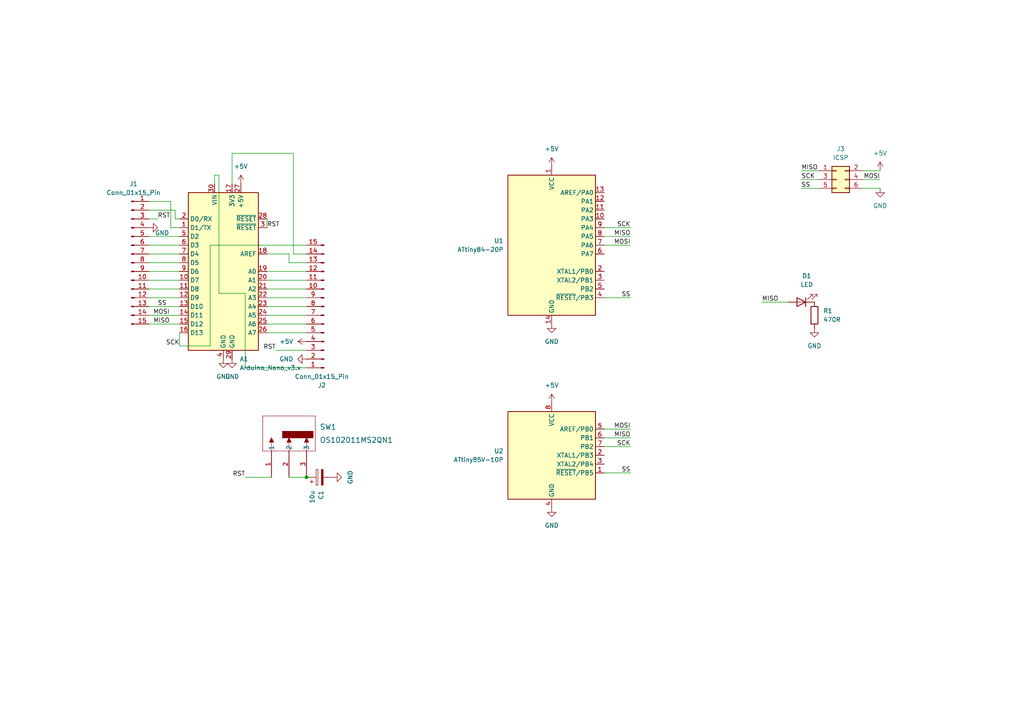
<source format=kicad_sch>
(kicad_sch (version 20250114) (generator "eeschema") (generator_version "9.0")
  (paper "A4")
  (lib_symbols
    (symbol "Connector:Conn_01x15_Pin" (pin_names (offset 1.016) (hide yes))
      (property "Reference" "J" (at 0 20.32 0))
      (property "Value" "Conn_01x15_Pin" (at 0 -20.32 0))
      (symbol "Conn_01x15_Pin_1_1"
        (rectangle (start 0.8636 17.907) (end 0 17.653) (stroke (width 0.1524)) (fill (type outline)))
        (rectangle (start 0.8636 15.367) (end 0 15.113) (stroke (width 0.1524)) (fill (type outline)))
        (rectangle (start 0.8636 12.827) (end 0 12.573) (stroke (width 0.1524)) (fill (type outline)))
        (rectangle (start 0.8636 10.287) (end 0 10.033) (stroke (width 0.1524)) (fill (type outline)))
        (rectangle (start 0.8636 7.747) (end 0 7.493) (stroke (width 0.1524)) (fill (type outline)))
        (rectangle (start 0.8636 5.207) (end 0 4.953) (stroke (width 0.1524)) (fill (type outline)))
        (rectangle (start 0.8636 2.667) (end 0 2.413) (stroke (width 0.1524)) (fill (type outline)))
        (rectangle (start 0.8636 0.127) (end 0 -0.127) (stroke (width 0.1524)) (fill (type outline)))
        (rectangle (start 0.8636 -2.413) (end 0 -2.667) (stroke (width 0.1524)) (fill (type outline)))
        (rectangle (start 0.8636 -4.953) (end 0 -5.207) (stroke (width 0.1524)) (fill (type outline)))
        (rectangle (start 0.8636 -7.493) (end 0 -7.747) (stroke (width 0.1524)) (fill (type outline)))
        (rectangle (start 0.8636 -10.033) (end 0 -10.287) (stroke (width 0.1524)) (fill (type outline)))
        (rectangle (start 0.8636 -12.573) (end 0 -12.827) (stroke (width 0.1524)) (fill (type outline)))
        (rectangle (start 0.8636 -15.113) (end 0 -15.367) (stroke (width 0.1524)) (fill (type outline)))
        (rectangle (start 0.8636 -17.653) (end 0 -17.907) (stroke (width 0.1524)) (fill (type outline)))
        (polyline (pts (xy 1.27 17.78) (xy 0.8636 17.78)) (stroke (width 0.1524)))
        (polyline (pts (xy 1.27 15.24) (xy 0.8636 15.24)) (stroke (width 0.1524)))
        (polyline (pts (xy 1.27 12.7) (xy 0.8636 12.7)) (stroke (width 0.1524)))
        (polyline (pts (xy 1.27 10.16) (xy 0.8636 10.16)) (stroke (width 0.1524)))
        (polyline (pts (xy 1.27 7.62) (xy 0.8636 7.62)) (stroke (width 0.1524)))
        (polyline (pts (xy 1.27 5.08) (xy 0.8636 5.08)) (stroke (width 0.1524)))
        (polyline (pts (xy 1.27 2.54) (xy 0.8636 2.54)) (stroke (width 0.1524)))
        (polyline (pts (xy 1.27 0) (xy 0.8636 0)) (stroke (width 0.1524)))
        (polyline (pts (xy 1.27 -2.54) (xy 0.8636 -2.54)) (stroke (width 0.1524)))
        (polyline (pts (xy 1.27 -5.08) (xy 0.8636 -5.08)) (stroke (width 0.1524)))
        (polyline (pts (xy 1.27 -7.62) (xy 0.8636 -7.62)) (stroke (width 0.1524)))
        (polyline (pts (xy 1.27 -10.16) (xy 0.8636 -10.16)) (stroke (width 0.1524)))
        (polyline (pts (xy 1.27 -12.7) (xy 0.8636 -12.7)) (stroke (width 0.1524)))
        (polyline (pts (xy 1.27 -15.24) (xy 0.8636 -15.24)) (stroke (width 0.1524)))
        (polyline (pts (xy 1.27 -17.78) (xy 0.8636 -17.78)) (stroke (width 0.1524)))
        (pin passive line (at 5.08 17.78 180) (length 3.81) (name "Pin_1") (number "1"))
        (pin passive line (at 5.08 15.24 180) (length 3.81) (name "Pin_2") (number "2"))
        (pin passive line (at 5.08 12.7 180) (length 3.81) (name "Pin_3") (number "3"))
        (pin passive line (at 5.08 10.16 180) (length 3.81) (name "Pin_4") (number "4"))
        (pin passive line (at 5.08 7.62 180) (length 3.81) (name "Pin_5") (number "5"))
        (pin passive line (at 5.08 5.08 180) (length 3.81) (name "Pin_6") (number "6"))
        (pin passive line (at 5.08 2.54 180) (length 3.81) (name "Pin_7") (number "7"))
        (pin passive line (at 5.08 0 180) (length 3.81) (name "Pin_8") (number "8"))
        (pin passive line (at 5.08 -2.54 180) (length 3.81) (name "Pin_9") (number "9"))
        (pin passive line (at 5.08 -5.08 180) (length 3.81) (name "Pin_10") (number "10"))
        (pin passive line (at 5.08 -7.62 180) (length 3.81) (name "Pin_11") (number "11"))
        (pin passive line (at 5.08 -10.16 180) (length 3.81) (name "Pin_12") (number "12"))
        (pin passive line (at 5.08 -12.7 180) (length 3.81) (name "Pin_13") (number "13"))
        (pin passive line (at 5.08 -15.24 180) (length 3.81) (name "Pin_14") (number "14"))
        (pin passive line (at 5.08 -17.78 180) (length 3.81) (name "Pin_15") (number "15"))
      )
    )
    (symbol "Connector_Generic:Conn_02x03_Odd_Even" (pin_names (offset 1.016) (hide yes))
      (property "Reference" "J" (at 1.27 5.08 0))
      (property "Value" "Conn_02x03_Odd_Even" (at 1.27 -5.08 0))
      (symbol "Conn_02x03_Odd_Even_1_1"
        (rectangle (start -1.27 3.81) (end 3.81 -3.81) (stroke (width 0.254)) (fill (type background)))
        (rectangle (start -1.27 2.667) (end 0 2.413) (stroke (width 0.1524)))
        (rectangle (start -1.27 0.127) (end 0 -0.127) (stroke (width 0.1524)))
        (rectangle (start -1.27 -2.413) (end 0 -2.667) (stroke (width 0.1524)))
        (rectangle (start 3.81 2.667) (end 2.54 2.413) (stroke (width 0.1524)))
        (rectangle (start 3.81 0.127) (end 2.54 -0.127) (stroke (width 0.1524)))
        (rectangle (start 3.81 -2.413) (end 2.54 -2.667) (stroke (width 0.1524)))
        (pin passive line (at -5.08 2.54 0) (length 3.81) (name "Pin_1") (number "1"))
        (pin passive line (at -5.08 0 0) (length 3.81) (name "Pin_3") (number "3"))
        (pin passive line (at -5.08 -2.54 0) (length 3.81) (name "Pin_5") (number "5"))
        (pin passive line (at 7.62 2.54 180) (length 3.81) (name "Pin_2") (number "2"))
        (pin passive line (at 7.62 0 180) (length 3.81) (name "Pin_4") (number "4"))
        (pin passive line (at 7.62 -2.54 180) (length 3.81) (name "Pin_6") (number "6"))
      )
    )
    (symbol "Device:C_Polarized" (pin_numbers (hide yes)) (pin_names (offset 0.254))
      (property "Reference" "C" (at 0.635 2.54 0))
      (property "Value" "C_Polarized" (at 0.635 -2.54 0))
      (symbol "C_Polarized_0_1"
        (rectangle (start -2.286 0.508) (end 2.286 1.016))
        (polyline (pts (xy -1.778 2.286) (xy -0.762 2.286)))
        (polyline (pts (xy -1.27 2.794) (xy -1.27 1.778)))
        (rectangle (start 2.286 -0.508) (end -2.286 -1.016) (fill (type outline)))
      )
      (symbol "C_Polarized_1_1"
        (pin passive line (at 0 3.81 270) (length 2.794) (name "~") (number "1"))
        (pin passive line (at 0 -3.81 90) (length 2.794) (name "~") (number "2"))
      )
    )
    (symbol "Device:LED" (pin_numbers (hide yes)) (pin_names (offset 1.016) (hide yes))
      (property "Reference" "D" (at 0 2.54 0))
      (property "Value" "LED" (at 0 -2.54 0))
      (symbol "LED_0_1"
        (polyline (pts (xy -3.048 -0.762) (xy -4.572 -2.286) (xy -3.81 -2.286) (xy -4.572 -2.286) (xy -4.572 -1.524)))
        (polyline (pts (xy -1.778 -0.762) (xy -3.302 -2.286) (xy -2.54 -2.286) (xy -3.302 -2.286) (xy -3.302 -1.524)))
        (polyline (pts (xy -1.27 0) (xy 1.27 0)))
        (polyline (pts (xy -1.27 -1.27) (xy -1.27 1.27)) (stroke (width 0.254)))
        (polyline (pts (xy 1.27 -1.27) (xy 1.27 1.27) (xy -1.27 0) (xy 1.27 -1.27)) (stroke (width 0.254)))
      )
      (symbol "LED_1_1"
        (pin passive line (at -3.81 0 0) (length 2.54) (name "K") (number "1"))
        (pin passive line (at 3.81 0 180) (length 2.54) (name "A") (number "2"))
      )
    )
    (symbol "Device:R" (pin_numbers (hide yes)) (pin_names (offset 0))
      (property "Reference" "R" (at 2.032 0 90))
      (property "Value" "R" (at 0 0 90))
      (symbol "R_0_1"
        (rectangle (start -1.016 -2.54) (end 1.016 2.54) (stroke (width 0.254)))
      )
      (symbol "R_1_1"
        (pin passive line (at 0 3.81 270) (length 1.27) (name "~") (number "1"))
        (pin passive line (at 0 -3.81 90) (length 1.27) (name "~") (number "2"))
      )
    )
    (symbol "MCU_Microchip_ATtiny:ATtiny84-20P"
      (property "Reference" "U" (at -12.7 21.59 0))
      (property "Value" "ATtiny84-20P" (at 2.54 -21.59 0))
      (symbol "ATtiny84-20P_0_1"
        (rectangle (start -12.7 -20.32) (end 12.7 20.32) (stroke (width 0.254)) (fill (type background)))
      )
      (symbol "ATtiny84-20P_1_1"
        (pin power_in line (at 0 22.86 270) (length 2.54) (name "VCC") (number "1"))
        (pin power_in line (at 0 -22.86 90) (length 2.54) (name "GND") (number "14"))
        (pin bidirectional line (at 15.24 15.24 180) (length 2.54) (name "AREF/PA0") (number "13"))
        (pin bidirectional line (at 15.24 12.7 180) (length 2.54) (name "PA1") (number "12"))
        (pin bidirectional line (at 15.24 10.16 180) (length 2.54) (name "PA2") (number "11"))
        (pin bidirectional line (at 15.24 7.62 180) (length 2.54) (name "PA3") (number "10"))
        (pin bidirectional line (at 15.24 5.08 180) (length 2.54) (name "PA4") (number "9"))
        (pin bidirectional line (at 15.24 2.54 180) (length 2.54) (name "PA5") (number "8"))
        (pin bidirectional line (at 15.24 0 180) (length 2.54) (name "PA6") (number "7"))
        (pin bidirectional line (at 15.24 -2.54 180) (length 2.54) (name "PA7") (number "6"))
        (pin bidirectional line (at 15.24 -7.62 180) (length 2.54) (name "XTAL1/PB0") (number "2"))
        (pin bidirectional line (at 15.24 -10.16 180) (length 2.54) (name "XTAL2/PB1") (number "3"))
        (pin bidirectional line (at 15.24 -12.7 180) (length 2.54) (name "PB2") (number "5"))
        (pin bidirectional line (at 15.24 -15.24 180) (length 2.54) (name "~{RESET}/PB3") (number "4"))
      )
    )
    (symbol "MCU_Microchip_ATtiny:ATtiny85V-10P"
      (property "Reference" "U" (at -12.7 13.97 0))
      (property "Value" "ATtiny85V-10P" (at 2.54 -13.97 0))
      (symbol "ATtiny85V-10P_0_1"
        (rectangle (start -12.7 -12.7) (end 12.7 12.7) (stroke (width 0.254)) (fill (type background)))
      )
      (symbol "ATtiny85V-10P_1_1"
        (pin power_in line (at 0 15.24 270) (length 2.54) (name "VCC") (number "8"))
        (pin power_in line (at 0 -15.24 90) (length 2.54) (name "GND") (number "4"))
        (pin bidirectional line (at 15.24 7.62 180) (length 2.54) (name "AREF/PB0") (number "5"))
        (pin bidirectional line (at 15.24 5.08 180) (length 2.54) (name "PB1") (number "6"))
        (pin bidirectional line (at 15.24 2.54 180) (length 2.54) (name "PB2") (number "7"))
        (pin bidirectional line (at 15.24 0 180) (length 2.54) (name "XTAL1/PB3") (number "2"))
        (pin bidirectional line (at 15.24 -2.54 180) (length 2.54) (name "XTAL2/PB4") (number "3"))
        (pin bidirectional line (at 15.24 -5.08 180) (length 2.54) (name "~{RESET}/PB5") (number "1"))
      )
    )
    (symbol "MCU_Module:Arduino_Nano_v3.x"
      (property "Reference" "A" (at -10.16 23.495 0))
      (property "Value" "Arduino_Nano_v3.x" (at 5.08 -24.13 0))
      (symbol "Arduino_Nano_v3.x_0_1"
        (rectangle (start -10.16 22.86) (end 10.16 -22.86) (stroke (width 0.254)) (fill (type background)))
      )
      (symbol "Arduino_Nano_v3.x_1_1"
        (pin bidirectional line (at -12.7 15.24 0) (length 2.54) (name "D0/RX") (number "2"))
        (pin bidirectional line (at -12.7 12.7 0) (length 2.54) (name "D1/TX") (number "1"))
        (pin bidirectional line (at -12.7 10.16 0) (length 2.54) (name "D2") (number "5"))
        (pin bidirectional line (at -12.7 7.62 0) (length 2.54) (name "D3") (number "6"))
        (pin bidirectional line (at -12.7 5.08 0) (length 2.54) (name "D4") (number "7"))
        (pin bidirectional line (at -12.7 2.54 0) (length 2.54) (name "D5") (number "8"))
        (pin bidirectional line (at -12.7 0 0) (length 2.54) (name "D6") (number "9"))
        (pin bidirectional line (at -12.7 -2.54 0) (length 2.54) (name "D7") (number "10"))
        (pin bidirectional line (at -12.7 -5.08 0) (length 2.54) (name "D8") (number "11"))
        (pin bidirectional line (at -12.7 -7.62 0) (length 2.54) (name "D9") (number "12"))
        (pin bidirectional line (at -12.7 -10.16 0) (length 2.54) (name "D10") (number "13"))
        (pin bidirectional line (at -12.7 -12.7 0) (length 2.54) (name "D11") (number "14"))
        (pin bidirectional line (at -12.7 -15.24 0) (length 2.54) (name "D12") (number "15"))
        (pin bidirectional line (at -12.7 -17.78 0) (length 2.54) (name "D13") (number "16"))
        (pin power_in line (at -2.54 25.4 270) (length 2.54) (name "VIN") (number "30"))
        (pin power_in line (at 0 -25.4 90) (length 2.54) (name "GND") (number "4"))
        (pin power_out line (at 2.54 25.4 270) (length 2.54) (name "3V3") (number "17"))
        (pin power_in line (at 2.54 -25.4 90) (length 2.54) (name "GND") (number "29"))
        (pin power_out line (at 5.08 25.4 270) (length 2.54) (name "+5V") (number "27"))
        (pin input line (at 12.7 15.24 180) (length 2.54) (name "~{RESET}") (number "28"))
        (pin input line (at 12.7 12.7 180) (length 2.54) (name "~{RESET}") (number "3"))
        (pin input line (at 12.7 5.08 180) (length 2.54) (name "AREF") (number "18"))
        (pin bidirectional line (at 12.7 0 180) (length 2.54) (name "A0") (number "19"))
        (pin bidirectional line (at 12.7 -2.54 180) (length 2.54) (name "A1") (number "20"))
        (pin bidirectional line (at 12.7 -5.08 180) (length 2.54) (name "A2") (number "21"))
        (pin bidirectional line (at 12.7 -7.62 180) (length 2.54) (name "A3") (number "22"))
        (pin bidirectional line (at 12.7 -10.16 180) (length 2.54) (name "A4") (number "23"))
        (pin bidirectional line (at 12.7 -12.7 180) (length 2.54) (name "A5") (number "24"))
        (pin bidirectional line (at 12.7 -15.24 180) (length 2.54) (name "A6") (number "25"))
        (pin bidirectional line (at 12.7 -17.78 180) (length 2.54) (name "A7") (number "26"))
      )
    )
    (symbol "OS102011MS2QN1:OS102011MS2QN1" (pin_names (offset 0.254))
      (property "Reference" "SW" (at 13.97 8.255 0))
      (property "Value" "OS102011MS2QN1" (at 20.32 5.08 0))
      (symbol "OS102011MS2QN1_0_1"
        (polyline (pts (xy 7.62 2.54) (xy 7.62 -12.7)) (stroke (width 0.127)))
        (polyline (pts (xy 7.62 0) (xy 11.43 0)) (stroke (width 0.127)))
        (polyline (pts (xy 7.62 -5.08) (xy 11.43 -5.08)) (stroke (width 0.127)))
        (polyline (pts (xy 7.62 -10.16) (xy 11.43 -10.16)) (stroke (width 0.127)))
        (polyline (pts (xy 7.62 -12.7) (xy 17.78 -12.7)) (stroke (width 0.127)))
        (polyline (pts (xy 10.16 0.635) (xy 10.16 -0.635)) (stroke (width 0.127)))
        (polyline (pts (xy 10.16 0.635) (xy 10.16 -0.635) (xy 11.43 0)) (fill (type outline)))
        (polyline (pts (xy 10.16 -4.445) (xy 10.16 -5.715)) (stroke (width 0.127)))
        (polyline (pts (xy 10.16 -4.445) (xy 10.16 -5.715) (xy 11.43 -5.08)) (fill (type outline)))
        (polyline (pts (xy 10.16 -9.525) (xy 10.16 -10.795)) (stroke (width 0.127)))
        (polyline (pts (xy 10.16 -9.525) (xy 10.16 -10.795) (xy 11.43 -10.16)) (fill (type outline)))
        (polyline (pts (xy 11.43 0) (xy 10.16 0.635)) (stroke (width 0.127)))
        (polyline (pts (xy 11.43 0) (xy 10.16 -0.635)) (stroke (width 0.127)))
        (polyline (pts (xy 11.43 -3.175) (xy 11.43 -12.065)) (stroke (width 0.127)))
        (polyline (pts (xy 11.43 -3.175) (xy 11.43 -12.065) (xy 13.335 -12.065) (xy 13.335 -3.175)) (fill (type outline)))
        (polyline (pts (xy 11.43 -5.08) (xy 10.16 -4.445)) (stroke (width 0.127)))
        (polyline (pts (xy 11.43 -5.08) (xy 10.16 -5.715)) (stroke (width 0.127)))
        (polyline (pts (xy 11.43 -10.16) (xy 10.16 -9.525)) (stroke (width 0.127)))
        (polyline (pts (xy 11.43 -10.16) (xy 10.16 -10.795)) (stroke (width 0.127)))
        (polyline (pts (xy 11.43 -12.065) (xy 13.335 -12.065)) (stroke (width 0.127)))
        (polyline (pts (xy 13.335 -3.175) (xy 11.43 -3.175)) (stroke (width 0.127)))
        (polyline (pts (xy 13.335 -12.065) (xy 13.335 -3.175)) (stroke (width 0.127)))
        (polyline (pts (xy 17.78 2.54) (xy 7.62 2.54)) (stroke (width 0.127)))
        (polyline (pts (xy 17.78 -12.7) (xy 17.78 2.54)) (stroke (width 0.127)))
        (pin unspecified line (at 0 0 0) (length 7.62) (name "1") (number "1"))
        (pin unspecified line (at 0 -5.08 0) (length 7.62) (name "2") (number "2"))
        (pin unspecified line (at 0 -10.16 0) (length 7.62) (name "3") (number "3"))
      )
    )
    (symbol "power:+5V" (power) (pin_numbers (hide yes)) (pin_names (offset 0) (hide yes))
      (property "Value" "+5V" (at 0 3.556 0))
      (symbol "+5V_0_1"
        (polyline (pts (xy -0.762 1.27) (xy 0 2.54)))
        (polyline (pts (xy 0 2.54) (xy 0.762 1.27)))
        (polyline (pts (xy 0 0) (xy 0 2.54)))
      )
      (symbol "+5V_1_1"
        (pin power_in line (at 0 0 90) (length 0) (name "~") (number "1"))
      )
    )
    (symbol "power:GND" (power) (pin_numbers (hide yes)) (pin_names (offset 0) (hide yes))
      (property "Value" "GND" (at 0 -3.81 0))
      (symbol "GND_0_1"
        (polyline (pts (xy 0 0) (xy 0 -1.27) (xy 1.27 -1.27) (xy 0 -2.54) (xy -1.27 -1.27) (xy 0 -1.27)))
      )
      (symbol "GND_1_1"
        (pin power_in line (at 0 0 270) (length 0) (name "~") (number "1"))
      )
    )
  )
  (junction (at 88.9 138.43))
  (wire (pts (xy 43.18 93.98) (xy 52.07 93.98)))
  (wire (pts (xy 49.53 66.04) (xy 49.53 58.42)))
  (wire (pts (xy 60.96 100.33) (xy 60.96 71.12)))
  (wire (pts (xy 43.18 86.36) (xy 52.07 86.36)))
  (wire (pts (xy 182.88 127) (xy 175.26 127)))
  (wire (pts (xy 77.47 81.28) (xy 88.9 81.28)))
  (wire (pts (xy 43.18 78.74) (xy 52.07 78.74)))
  (wire (pts (xy 71.12 106.68) (xy 71.12 85.09)))
  (wire (pts (xy 77.47 86.36) (xy 88.9 86.36)))
  (wire (pts (xy 77.47 83.82) (xy 88.9 83.82)))
  (wire (pts (xy 77.47 73.66) (xy 83.82 73.66)))
  (wire (pts (xy 77.47 63.5) (xy 77.47 66.04)))
  (wire (pts (xy 49.53 58.42) (xy 43.18 58.42)))
  (wire (pts (xy 50.8 60.96) (xy 43.18 60.96)))
  (wire (pts (xy 50.8 63.5) (xy 50.8 60.96)))
  (wire (pts (xy 43.18 71.12) (xy 52.07 71.12)))
  (wire (pts (xy 182.88 86.36) (xy 175.26 86.36)))
  (wire (pts (xy 71.12 138.43) (xy 78.74 138.43)))
  (wire (pts (xy 43.18 81.28) (xy 52.07 81.28)))
  (wire (pts (xy 67.31 53.34) (xy 67.31 44.45)))
  (wire (pts (xy 43.18 73.66) (xy 52.07 73.66)))
  (wire (pts (xy 77.47 78.74) (xy 88.9 78.74)))
  (wire (pts (xy 77.47 96.52) (xy 88.9 96.52)))
  (wire (pts (xy 50.8 63.5) (xy 52.07 63.5)))
  (wire (pts (xy 255.27 54.61) (xy 250.19 54.61)))
  (wire (pts (xy 63.5 50.8) (xy 62.23 50.8)))
  (wire (pts (xy 232.41 54.61) (xy 237.49 54.61)))
  (wire (pts (xy 182.88 68.58) (xy 175.26 68.58)))
  (wire (pts (xy 88.9 106.68) (xy 71.12 106.68)))
  (wire (pts (xy 83.82 73.66) (xy 83.82 76.2)))
  (wire (pts (xy 60.96 71.12) (xy 88.9 71.12)))
  (wire (pts (xy 182.88 71.12) (xy 175.26 71.12)))
  (wire (pts (xy 63.5 85.09) (xy 63.5 50.8)))
  (wire (pts (xy 43.18 68.58) (xy 52.07 68.58)))
  (wire (pts (xy 182.88 124.46) (xy 175.26 124.46)))
  (wire (pts (xy 52.07 100.33) (xy 52.07 96.52)))
  (wire (pts (xy 62.23 50.8) (xy 62.23 53.34)))
  (wire (pts (xy 52.07 66.04) (xy 49.53 66.04)))
  (wire (pts (xy 232.41 52.07) (xy 237.49 52.07)))
  (wire (pts (xy 182.88 129.54) (xy 175.26 129.54)))
  (wire (pts (xy 83.82 76.2) (xy 88.9 76.2)))
  (wire (pts (xy 52.07 100.33) (xy 60.96 100.33)))
  (wire (pts (xy 77.47 93.98) (xy 88.9 93.98)))
  (wire (pts (xy 77.47 88.9) (xy 88.9 88.9)))
  (wire (pts (xy 77.47 91.44) (xy 88.9 91.44)))
  (wire (pts (xy 43.18 91.44) (xy 52.07 91.44)))
  (wire (pts (xy 83.82 138.43) (xy 88.9 138.43)))
  (wire (pts (xy 43.18 76.2) (xy 52.07 76.2)))
  (wire (pts (xy 232.41 49.53) (xy 237.49 49.53)))
  (wire (pts (xy 255.27 49.53) (xy 250.19 49.53)))
  (wire (pts (xy 80.01 101.6) (xy 88.9 101.6)))
  (wire (pts (xy 85.09 73.66) (xy 88.9 73.66)))
  (wire (pts (xy 182.88 66.04) (xy 175.26 66.04)))
  (wire (pts (xy 255.27 52.07) (xy 250.19 52.07)))
  (wire (pts (xy 85.09 44.45) (xy 85.09 73.66)))
  (wire (pts (xy 67.31 44.45) (xy 85.09 44.45)))
  (wire (pts (xy 43.18 88.9) (xy 52.07 88.9)))
  (wire (pts (xy 45.72 63.5) (xy 43.18 63.5)))
  (wire (pts (xy 182.88 137.16) (xy 175.26 137.16)))
  (wire (pts (xy 220.98 87.63) (xy 228.6 87.63)))
  (wire (pts (xy 43.18 83.82) (xy 52.07 83.82)))
  (wire (pts (xy 71.12 85.09) (xy 63.5 85.09)))
  (label "MISO" (at 182.88 68.58 180))
  (label "SS" (at 182.88 137.16 180))
  (label "SS" (at 45.72 88.9 0))
  (label "RST" (at 80.01 101.6 180))
  (label "MOSI" (at 182.88 124.46 180))
  (label "SCK" (at 182.88 66.04 180))
  (label "MOSI" (at 44.45 91.44 0))
  (label "RST" (at 71.12 138.43 180))
  (label "SCK" (at 182.88 129.54 180))
  (label "SCK" (at 52.07 100.33 180))
  (label "SS" (at 232.41 54.61 0))
  (label "MISO" (at 232.41 49.53 0))
  (label "MISO" (at 220.98 87.63 0))
  (label "MISO" (at 182.88 127 180))
  (label "SS" (at 182.88 86.36 180))
  (label "MOSI" (at 255.27 52.07 180))
  (label "MOSI" (at 182.88 71.12 180))
  (label "SCK" (at 232.41 52.07 0))
  (label "RST" (at 45.72 63.5 0))
  (label "MISO" (at 44.45 93.98 0))
  (label "RST" (at 77.47 66.04 0))
  (symbol (lib_id "Connector_Generic:Conn_02x03_Odd_Even") (at 242.57 52.07 0) (unit 1)
    (property "Reference" "J3" (at 243.84 43.18 0))
    (property "Value" "ICSP" (at 243.84 45.72 0))
    (property "Footprint" "Connector_PinHeader_2.54mm:PinHeader_2x03_P2.54mm_Vertical" (effects (hide yes)))
    (property "Description" "Generic connector, double row, 02x03, odd/even pin numbering scheme (row 1 odd numbers, row 2 even numbers), script generated (kicad-library-utils/schlib/autogen/connector/)" (effects (hide yes)))
  )
  (symbol (lib_id "Device:LED") (at 232.41 87.63 180) (unit 1)
    (property "Reference" "D1" (at 233.9975 80.01 0))
    (property "Value" "LED" (at 233.9975 82.55 0))
    (property "Footprint" "LED_THT:LED_D4.0mm" (effects (hide yes)))
    (property "Description" "Light emitting diode" (effects (hide yes)))
  )
  (symbol (lib_id "Connector:Conn_01x15_Pin") (at 93.98 88.9 180) (unit 1)
    (property "Reference" "J2" (at 93.345 111.76 0))
    (property "Value" "Conn_01x15_Pin" (at 93.345 109.22 0))
    (property "Footprint" "Connector_PinHeader_2.54mm:PinHeader_1x15_P2.54mm_Vertical" (effects (hide yes)))
    (property "Description" "Generic connector, single row, 01x15, script generated" (effects (hide yes)))
  )
  (symbol (lib_id "MCU_Microchip_ATtiny:ATtiny85V-10P") (at 160.02 132.08 0) (unit 1)
    (property "Reference" "U2" (at 146.05 130.8099 0) (effects (justify right)))
    (property "Value" "ATtiny85V-10P" (at 146.05 133.3499 0) (effects (justify right)))
    (property "Footprint" "Package_DIP:DIP-8_W7.62mm" (effects (hide yes)))
    (property "Datasheet" "http://ww1.microchip.com/downloads/en/DeviceDoc/atmel-2586-avr-8-bit-microcontroller-attiny25-attiny45-attiny85_datasheet.pdf" (effects (hide yes)))
    (property "Description" "10MHz, 8kB Flash, 512B SRAM, 512B EEPROM, debugWIRE, DIP-8" (effects (hide yes)))
  )
  (symbol (lib_id "power:+5V") (at 160.02 48.26 0) (unit 1)
    (property "Reference" "#PWR010" (effects (hide yes)))
    (property "Value" "+5V" (at 160.02 43.18 0))
    (property "Description" "Power symbol creates a global label with name \"+5V\"" (effects (hide yes)))
  )
  (symbol (lib_id "Device:R") (at 236.22 91.44 0) (unit 1)
    (property "Reference" "R1" (at 238.76 90.1699 0) (effects (justify left)))
    (property "Value" "470R" (at 238.76 92.7099 0) (effects (justify left)))
    (property "Footprint" "Resistor_THT:R_Axial_DIN0207_L6.3mm_D2.5mm_P10.16mm_Horizontal" (effects (hide yes)))
    (property "Description" "Resistor" (effects (hide yes)))
  )
  (symbol (lib_id "power:+5V") (at 88.9 99.06 90) (unit 1)
    (property "Reference" "#PWR05" (effects (hide yes)))
    (property "Value" "+5V" (at 85.09 99.0599 90) (effects (justify left)))
    (property "Description" "Power symbol creates a global label with name \"+5V\"" (effects (hide yes)))
  )
  (symbol (lib_id "power:GND") (at 160.02 93.98 0) (unit 1)
    (property "Reference" "#PWR012" (effects (hide yes)))
    (property "Value" "GND" (at 160.02 99.06 0))
    (property "Description" "Power symbol creates a global label with name \"GND\" , ground" (effects (hide yes)))
  )
  (symbol (lib_id "power:GND") (at 67.31 104.14 0) (unit 1)
    (property "Reference" "#PWR02" (effects (hide yes)))
    (property "Value" "GND" (at 67.31 109.22 0))
    (property "Description" "Power symbol creates a global label with name \"GND\" , ground" (effects (hide yes)))
  )
  (symbol (lib_id "power:GND") (at 64.77 104.14 0) (unit 1)
    (property "Reference" "#PWR03" (effects (hide yes)))
    (property "Value" "GND" (at 64.77 109.22 0))
    (property "Description" "Power symbol creates a global label with name \"GND\" , ground" (effects (hide yes)))
  )
  (symbol (lib_id "power:GND") (at 255.27 54.61 0) (unit 1)
    (property "Reference" "#PWR09" (effects (hide yes)))
    (property "Value" "GND" (at 255.27 59.69 0))
    (property "Description" "Power symbol creates a global label with name \"GND\" , ground" (effects (hide yes)))
  )
  (symbol (lib_id "power:GND") (at 88.9 104.14 270) (unit 1)
    (property "Reference" "#PWR06" (effects (hide yes)))
    (property "Value" "GND" (at 85.09 104.1399 90) (effects (justify right)))
    (property "Description" "Power symbol creates a global label with name \"GND\" , ground" (effects (hide yes)))
  )
  (symbol (lib_id "power:+5V") (at 69.85 53.34 0) (unit 1)
    (property "Reference" "#PWR01" (effects (hide yes)))
    (property "Value" "+5V" (at 69.85 48.26 0))
    (property "Description" "Power symbol creates a global label with name \"+5V\"" (effects (hide yes)))
  )
  (symbol (lib_id "power:+5V") (at 160.02 116.84 0) (unit 1)
    (property "Reference" "#PWR011" (effects (hide yes)))
    (property "Value" "+5V" (at 160.02 111.76 0))
    (property "Description" "Power symbol creates a global label with name \"+5V\"" (effects (hide yes)))
  )
  (symbol (lib_id "MCU_Module:Arduino_Nano_v3.x") (at 64.77 78.74 0) (unit 1)
    (property "Reference" "A1" (at 69.5041 104.14 0) (effects (justify left)))
    (property "Value" "Arduino_Nano_v3.x" (at 69.5041 106.68 0) (effects (justify left)))
    (property "Footprint" "Module:Arduino_Nano" (effects (hide yes)))
    (property "Datasheet" "http://www.mouser.com/pdfdocs/Gravitech_Arduino_Nano3_0.pdf" (effects (hide yes)))
    (property "Description" "Arduino Nano v3.x" (effects (hide yes)))
  )
  (symbol (lib_id "power:GND") (at 236.22 95.25 0) (unit 1)
    (property "Reference" "#PWR014" (effects (hide yes)))
    (property "Value" "GND" (at 236.22 100.33 0))
    (property "Description" "Power symbol creates a global label with name \"GND\" , ground" (effects (hide yes)))
  )
  (symbol (lib_id "OS102011MS2QN1:OS102011MS2QN1") (at 78.74 138.43 90) (unit 1)
    (property "Reference" "SW1" (at 92.71 123.825 90) (effects (font (size 1.524 1.524)) (justify right)))
    (property "Value" "OS102011MS2QN1" (at 92.71 127.635 90) (effects (font (size 1.524 1.524)) (justify right)))
    (property "Footprint" "OS102011MS2QN1:SPDT_OS102011_CNK" (effects (hide yes)))
    (property "Datasheet" "OS102011MS2QN1" (effects (hide yes)))
  )
  (symbol (lib_id "MCU_Microchip_ATtiny:ATtiny84-20P") (at 160.02 71.12 0) (unit 1)
    (property "Reference" "U1" (at 146.05 69.8499 0) (effects (justify right)))
    (property "Value" "ATtiny84-20P" (at 146.05 72.3899 0) (effects (justify right)))
    (property "Footprint" "Package_DIP:DIP-14_W7.62mm" (effects (hide yes)))
    (property "Datasheet" "http://ww1.microchip.com/downloads/en/DeviceDoc/doc8006.pdf" (effects (hide yes)))
    (property "Description" "20MHz, 8kB Flash, 512B SRAM, 512B EEPROM, debugWIRE, DIP-14" (effects (hide yes)))
  )
  (symbol (lib_id "power:+5V") (at 255.27 49.53 0) (unit 1)
    (property "Reference" "#PWR08" (effects (hide yes)))
    (property "Value" "+5V" (at 255.27 44.45 0))
    (property "Description" "Power symbol creates a global label with name \"+5V\"" (effects (hide yes)))
  )
  (symbol (lib_id "Device:C_Polarized") (at 92.71 138.43 90) (unit 1)
    (property "Reference" "C1" (at 93.0911 142.24 0) (effects (justify right)))
    (property "Value" "10u" (at 90.5511 142.24 0) (effects (justify right)))
    (property "Footprint" "Capacitor_THT:CP_Radial_D5.0mm_P2.50mm" (effects (hide yes)))
    (property "Description" "Polarized capacitor" (effects (hide yes)))
  )
  (symbol (lib_id "power:GND") (at 160.02 147.32 0) (unit 1)
    (property "Reference" "#PWR013" (effects (hide yes)))
    (property "Value" "GND" (at 160.02 152.4 0))
    (property "Description" "Power symbol creates a global label with name \"GND\" , ground" (effects (hide yes)))
  )
  (symbol (lib_id "power:GND") (at 43.18 66.04 90) (unit 1)
    (property "Reference" "#PWR04" (effects (hide yes)))
    (property "Value" "GND" (at 44.958 67.564 90) (effects (justify right)))
    (property "Description" "Power symbol creates a global label with name \"GND\" , ground" (effects (hide yes)))
  )
  (symbol (lib_id "power:GND") (at 96.52 138.43 90) (unit 1)
    (property "Reference" "#PWR07" (effects (hide yes)))
    (property "Value" "GND" (at 101.6 138.43 0))
    (property "Description" "Power symbol creates a global label with name \"GND\" , ground" (effects (hide yes)))
  )
  (symbol (lib_id "Connector:Conn_01x15_Pin") (at 38.1 76.2 0) (unit 1)
    (property "Reference" "J1" (at 38.735 53.34 0))
    (property "Value" "Conn_01x15_Pin" (at 38.735 55.88 0))
    (property "Footprint" "Connector_PinHeader_2.54mm:PinHeader_1x15_P2.54mm_Vertical" (effects (hide yes)))
    (property "Description" "Generic connector, single row, 01x15, script generated" (effects (hide yes)))
  )
)
</source>
